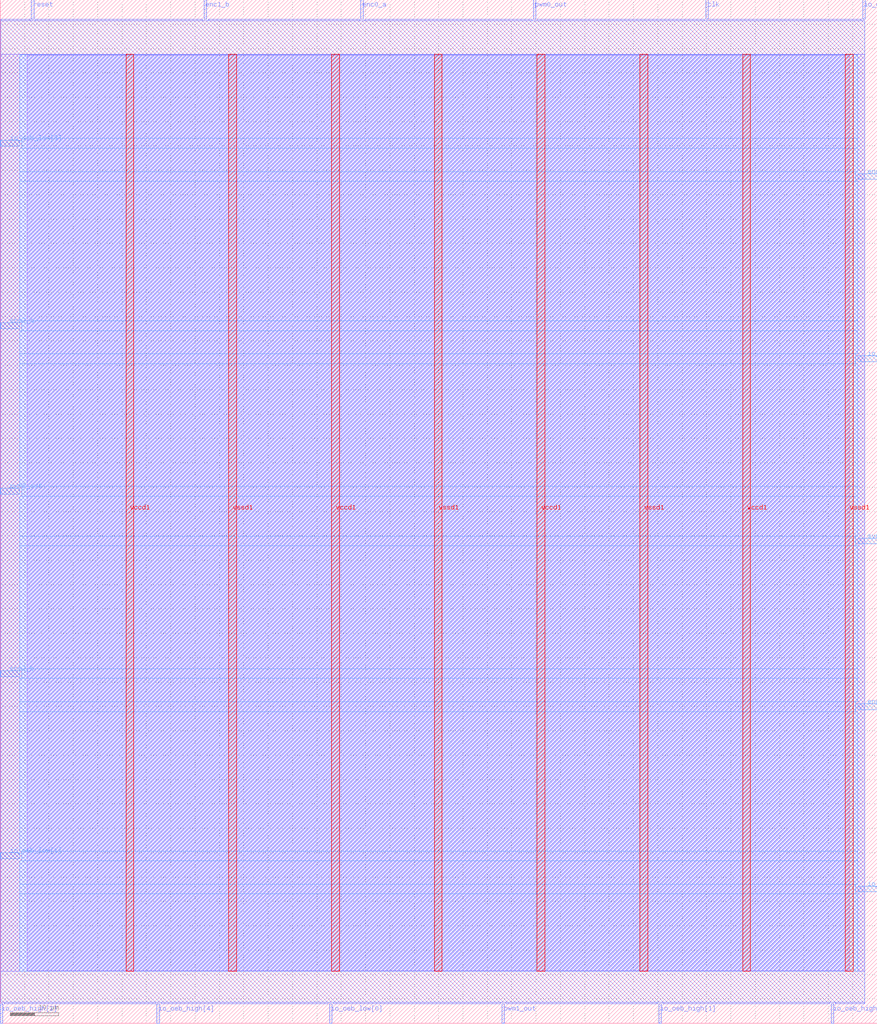
<source format=lef>
VERSION 5.7 ;
  NOWIREEXTENSIONATPIN ON ;
  DIVIDERCHAR "/" ;
  BUSBITCHARS "[]" ;
MACRO rgb_mixer
  CLASS BLOCK ;
  FOREIGN rgb_mixer ;
  ORIGIN 0.000 0.000 ;
  SIZE 180.000 BY 210.000 ;
  PIN clk
    DIRECTION INPUT ;
    USE SIGNAL ;
    ANTENNAGATEAREA 0.852000 ;
    PORT
      LAYER met2 ;
        RECT 144.850 206.000 145.410 210.000 ;
    END
  END clk
  PIN enc0_a
    DIRECTION INPUT ;
    USE SIGNAL ;
    ANTENNAGATEAREA 0.196500 ;
    PORT
      LAYER met2 ;
        RECT 74.010 206.000 74.570 210.000 ;
    END
  END enc0_a
  PIN enc0_b
    DIRECTION INPUT ;
    USE SIGNAL ;
    ANTENNAGATEAREA 0.196500 ;
    PORT
      LAYER met3 ;
        RECT 176.000 173.140 180.000 174.340 ;
    END
  END enc0_b
  PIN enc1_a
    DIRECTION INPUT ;
    USE SIGNAL ;
    ANTENNAGATEAREA 0.196500 ;
    PORT
      LAYER met3 ;
        RECT 176.000 64.340 180.000 65.540 ;
    END
  END enc1_a
  PIN enc1_b
    DIRECTION INPUT ;
    USE SIGNAL ;
    ANTENNAGATEAREA 0.196500 ;
    PORT
      LAYER met2 ;
        RECT 41.810 206.000 42.370 210.000 ;
    END
  END enc1_b
  PIN enc2_a
    DIRECTION INPUT ;
    USE SIGNAL ;
    ANTENNAGATEAREA 0.196500 ;
    PORT
      LAYER met3 ;
        RECT 0.000 142.540 4.000 143.740 ;
    END
  END enc2_a
  PIN enc2_b
    DIRECTION INPUT ;
    USE SIGNAL ;
    ANTENNAGATEAREA 0.196500 ;
    PORT
      LAYER met3 ;
        RECT 0.000 71.140 4.000 72.340 ;
    END
  END enc2_b
  PIN io_oeb_high[0]
    DIRECTION OUTPUT TRISTATE ;
    USE SIGNAL ;
    PORT
      LAYER met3 ;
        RECT 176.000 26.940 180.000 28.140 ;
    END
  END io_oeb_high[0]
  PIN io_oeb_high[1]
    DIRECTION OUTPUT TRISTATE ;
    USE SIGNAL ;
    PORT
      LAYER met2 ;
        RECT 135.190 0.000 135.750 4.000 ;
    END
  END io_oeb_high[1]
  PIN io_oeb_high[2]
    DIRECTION OUTPUT TRISTATE ;
    USE SIGNAL ;
    PORT
      LAYER met2 ;
        RECT -0.050 0.000 0.510 4.000 ;
    END
  END io_oeb_high[2]
  PIN io_oeb_high[3]
    DIRECTION OUTPUT TRISTATE ;
    USE SIGNAL ;
    PORT
      LAYER met2 ;
        RECT 177.050 206.000 177.610 210.000 ;
    END
  END io_oeb_high[3]
  PIN io_oeb_high[4]
    DIRECTION OUTPUT TRISTATE ;
    USE SIGNAL ;
    PORT
      LAYER met2 ;
        RECT 32.150 0.000 32.710 4.000 ;
    END
  END io_oeb_high[4]
  PIN io_oeb_high[5]
    DIRECTION OUTPUT TRISTATE ;
    USE SIGNAL ;
    PORT
      LAYER met2 ;
        RECT 170.610 0.000 171.170 4.000 ;
    END
  END io_oeb_high[5]
  PIN io_oeb_low[0]
    DIRECTION OUTPUT TRISTATE ;
    USE SIGNAL ;
    PORT
      LAYER met2 ;
        RECT 67.570 0.000 68.130 4.000 ;
    END
  END io_oeb_low[0]
  PIN io_oeb_low[1]
    DIRECTION OUTPUT TRISTATE ;
    USE SIGNAL ;
    PORT
      LAYER met3 ;
        RECT 0.000 33.740 4.000 34.940 ;
    END
  END io_oeb_low[1]
  PIN io_oeb_low[2]
    DIRECTION OUTPUT TRISTATE ;
    USE SIGNAL ;
    PORT
      LAYER met3 ;
        RECT 176.000 135.740 180.000 136.940 ;
    END
  END io_oeb_low[2]
  PIN io_oeb_low[3]
    DIRECTION OUTPUT TRISTATE ;
    USE SIGNAL ;
    PORT
      LAYER met3 ;
        RECT 0.000 179.940 4.000 181.140 ;
    END
  END io_oeb_low[3]
  PIN pwm0_out
    DIRECTION OUTPUT TRISTATE ;
    USE SIGNAL ;
    ANTENNADIFFAREA 2.673000 ;
    PORT
      LAYER met2 ;
        RECT 109.430 206.000 109.990 210.000 ;
    END
  END pwm0_out
  PIN pwm1_out
    DIRECTION OUTPUT TRISTATE ;
    USE SIGNAL ;
    ANTENNADIFFAREA 2.673000 ;
    PORT
      LAYER met2 ;
        RECT 102.990 0.000 103.550 4.000 ;
    END
  END pwm1_out
  PIN pwm2_out
    DIRECTION OUTPUT TRISTATE ;
    USE SIGNAL ;
    ANTENNADIFFAREA 2.673000 ;
    PORT
      LAYER met3 ;
        RECT 0.000 108.540 4.000 109.740 ;
    END
  END pwm2_out
  PIN reset
    DIRECTION INPUT ;
    USE SIGNAL ;
    ANTENNAGATEAREA 0.126000 ;
    PORT
      LAYER met2 ;
        RECT 6.390 206.000 6.950 210.000 ;
    END
  END reset
  PIN sync
    DIRECTION OUTPUT TRISTATE ;
    USE SIGNAL ;
    ANTENNADIFFAREA 2.673000 ;
    PORT
      LAYER met3 ;
        RECT 176.000 98.340 180.000 99.540 ;
    END
  END sync
  PIN vccd1
    DIRECTION INOUT ;
    USE POWER ;
    PORT
      LAYER met4 ;
        RECT 25.820 10.640 27.420 198.800 ;
    END
    PORT
      LAYER met4 ;
        RECT 68.025 10.640 69.625 198.800 ;
    END
    PORT
      LAYER met4 ;
        RECT 110.230 10.640 111.830 198.800 ;
    END
    PORT
      LAYER met4 ;
        RECT 152.435 10.640 154.035 198.800 ;
    END
  END vccd1
  PIN vssd1
    DIRECTION INOUT ;
    USE GROUND ;
    PORT
      LAYER met4 ;
        RECT 46.920 10.640 48.520 198.800 ;
    END
    PORT
      LAYER met4 ;
        RECT 89.125 10.640 90.725 198.800 ;
    END
    PORT
      LAYER met4 ;
        RECT 131.330 10.640 132.930 198.800 ;
    END
    PORT
      LAYER met4 ;
        RECT 173.535 10.640 175.135 198.800 ;
    END
  END vssd1
  OBS
      LAYER li1 ;
        RECT 5.520 10.795 174.340 198.645 ;
      LAYER met1 ;
        RECT 0.070 10.640 177.490 198.800 ;
      LAYER met2 ;
        RECT 0.100 205.720 6.110 206.000 ;
        RECT 7.230 205.720 41.530 206.000 ;
        RECT 42.650 205.720 73.730 206.000 ;
        RECT 74.850 205.720 109.150 206.000 ;
        RECT 110.270 205.720 144.570 206.000 ;
        RECT 145.690 205.720 176.770 206.000 ;
        RECT 0.100 4.280 177.460 205.720 ;
        RECT 0.790 4.000 31.870 4.280 ;
        RECT 32.990 4.000 67.290 4.280 ;
        RECT 68.410 4.000 102.710 4.280 ;
        RECT 103.830 4.000 134.910 4.280 ;
        RECT 136.030 4.000 170.330 4.280 ;
        RECT 171.450 4.000 177.460 4.280 ;
      LAYER met3 ;
        RECT 3.990 181.540 176.100 198.725 ;
        RECT 4.400 179.540 176.100 181.540 ;
        RECT 3.990 174.740 176.100 179.540 ;
        RECT 3.990 172.740 175.600 174.740 ;
        RECT 3.990 144.140 176.100 172.740 ;
        RECT 4.400 142.140 176.100 144.140 ;
        RECT 3.990 137.340 176.100 142.140 ;
        RECT 3.990 135.340 175.600 137.340 ;
        RECT 3.990 110.140 176.100 135.340 ;
        RECT 4.400 108.140 176.100 110.140 ;
        RECT 3.990 99.940 176.100 108.140 ;
        RECT 3.990 97.940 175.600 99.940 ;
        RECT 3.990 72.740 176.100 97.940 ;
        RECT 4.400 70.740 176.100 72.740 ;
        RECT 3.990 65.940 176.100 70.740 ;
        RECT 3.990 63.940 175.600 65.940 ;
        RECT 3.990 35.340 176.100 63.940 ;
        RECT 4.400 33.340 176.100 35.340 ;
        RECT 3.990 28.540 176.100 33.340 ;
        RECT 3.990 26.540 175.600 28.540 ;
        RECT 3.990 10.715 176.100 26.540 ;
  END
END rgb_mixer
END LIBRARY


</source>
